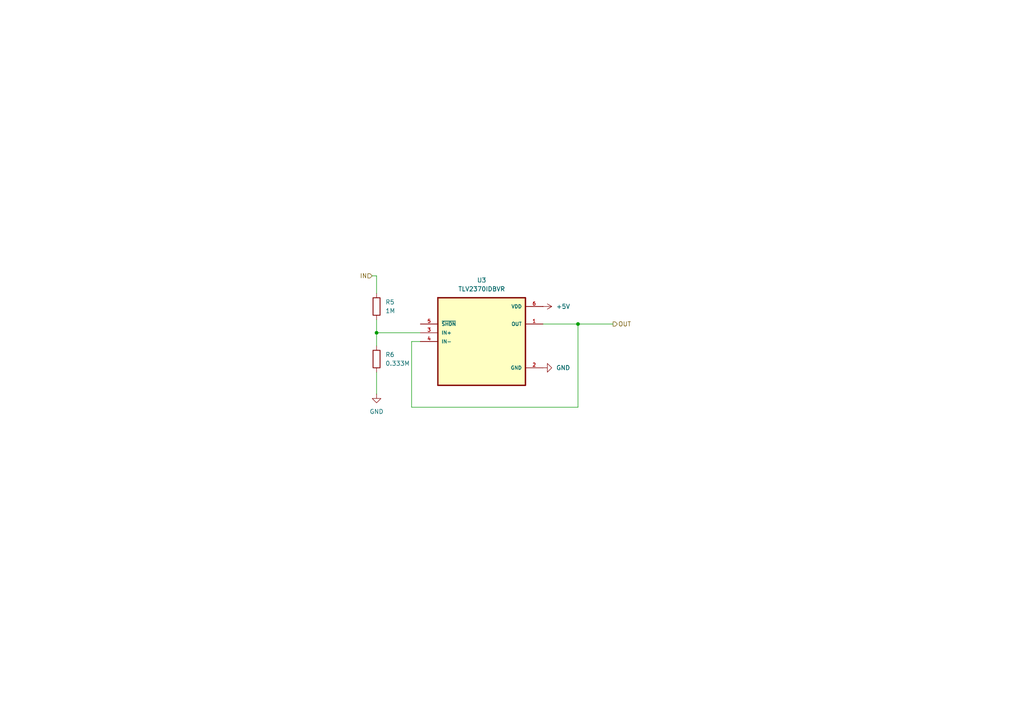
<source format=kicad_sch>
(kicad_sch (version 20231120) (generator "eeschema") (generator_version "8.0")
  (paper "A4")
  (lib_symbols
    (symbol "Device:R" (pin_numbers hide) (pin_names (offset 0))
      (property "Reference" "R" (at 2.032 0 90))
      (property "Value" "R" (at 0 0 90))
      (symbol "R_0_1"
        (rectangle (start -1.016 -2.54) (end 1.016 2.54) (stroke (width 0.254)))
      )
      (symbol "R_1_1"
        (pin passive line (at 0 3.81 270) (length 1.27) (name "~") (number "1"))
        (pin passive line (at 0 -3.81 90) (length 1.27) (name "~") (number "2"))
      )
    )
    (symbol "TLV2370IDBVR:TLV2370IDBVR" (pin_names (offset 1.016))
      (property "Reference" "U" (at -12.7 13.7 0))
      (property "Value" "TLV2370IDBVR" (at -12.7 -16.7 0))
      (symbol "TLV2370IDBVR_0_0"
        (rectangle (start -12.7 -12.7) (end 12.7 12.7) (stroke (width 0.41)) (fill (type background)))
        (pin output line (at 17.78 5.08 180) (length 5.08) (name "OUT") (number "1"))
        (pin power_in line (at 17.78 -7.62 180) (length 5.08) (name "GND") (number "2"))
        (pin input line (at -17.78 2.54 0) (length 5.08) (name "IN+") (number "3"))
        (pin input line (at -17.78 0 0) (length 5.08) (name "IN-") (number "4"))
        (pin input line (at -17.78 5.08 0) (length 5.08) (name "~{SHDN}") (number "5"))
        (pin power_in line (at 17.78 10.16 180) (length 5.08) (name "VDD") (number "6"))
      )
    )
    (symbol "power:+5V" (power) (pin_numbers hide) (pin_names (offset 0) hide)
      (property "Value" "+5V" (at 0 3.556 0))
      (symbol "+5V_0_1"
        (polyline (pts (xy -0.762 1.27) (xy 0 2.54)))
        (polyline (pts (xy 0 0) (xy 0 2.54)))
        (polyline (pts (xy 0 2.54) (xy 0.762 1.27)))
      )
      (symbol "+5V_1_1"
        (pin power_in line (at 0 0 90) (length 0) (name "~") (number "1"))
      )
    )
    (symbol "power:GND" (power) (pin_numbers hide) (pin_names (offset 0) hide)
      (property "Value" "GND" (at 0 -3.81 0))
      (symbol "GND_0_1"
        (polyline (pts (xy 0 0) (xy 0 -1.27) (xy 1.27 -1.27) (xy 0 -2.54) (xy -1.27 -1.27) (xy 0 -1.27)))
      )
      (symbol "GND_1_1"
        (pin power_in line (at 0 0 270) (length 0) (name "~") (number "1"))
      )
    )
  )
  (junction (at 109.22 96.52))
  (junction (at 167.64 93.98))
  (wire (pts (xy 119.38 99.06) (xy 121.92 99.06)))
  (wire (pts (xy 167.64 93.98) (xy 167.64 118.11)))
  (wire (pts (xy 121.92 96.52) (xy 109.22 96.52)))
  (wire (pts (xy 167.64 93.98) (xy 177.8 93.98)))
  (wire (pts (xy 157.48 93.98) (xy 167.64 93.98)))
  (wire (pts (xy 107.95 80.01) (xy 109.22 80.01)))
  (wire (pts (xy 119.38 118.11) (xy 119.38 99.06)))
  (wire (pts (xy 109.22 107.95) (xy 109.22 114.3)))
  (wire (pts (xy 109.22 80.01) (xy 109.22 85.09)))
  (wire (pts (xy 109.22 96.52) (xy 109.22 100.33)))
  (wire (pts (xy 119.38 118.11) (xy 167.64 118.11)))
  (wire (pts (xy 109.22 92.71) (xy 109.22 96.52)))
  (hierarchical_label "IN" (shape input) (at 107.95 80.01 180))
  (hierarchical_label "OUT" (shape output) (at 177.8 93.98 0))
  (symbol (lib_id "power:GND") (at 157.48 106.68 90) (unit 1)
    (property "Reference" "#PWR010" (effects (hide yes)))
    (property "Value" "GND" (at 161.29 106.6799 90) (effects (justify right)))
    (property "Description" "Power symbol creates a global label with name \"GND\" , ground" (effects (hide yes)))
  )
  (symbol (lib_id "power:GND") (at 109.22 114.3 0) (unit 1)
    (property "Reference" "#PWR011" (effects (hide yes)))
    (property "Value" "GND" (at 109.22 119.38 0))
    (property "Description" "Power symbol creates a global label with name \"GND\" , ground" (effects (hide yes)))
  )
  (symbol (lib_id "Device:R") (at 109.22 88.9 0) (unit 1)
    (property "Reference" "R5" (at 111.76 87.6299 0) (effects (justify left)))
    (property "Value" "1M" (at 111.76 90.1699 0) (effects (justify left)))
    (property "Footprint" "Resistor_SMD:R_0805_2012Metric_Pad1.20x1.40mm_HandSolder" (effects (hide yes)))
    (property "Description" "Resistor" (effects (hide yes)))
  )
  (symbol (lib_id "TLV2370IDBVR:TLV2370IDBVR") (at 139.7 99.06 0) (unit 1)
    (property "Reference" "U3" (at 139.7 81.28 0))
    (property "Value" "TLV2370IDBVR" (at 139.7 83.82 0))
    (property "Footprint" "TLV2370IDBVR:SOT95P280X145-6N" (effects (hide yes)))
  )
  (symbol (lib_id "Device:R") (at 109.22 104.14 0) (unit 1)
    (property "Reference" "R6" (at 111.76 102.8699 0) (effects (justify left)))
    (property "Value" "0.333M" (at 111.76 105.4099 0) (effects (justify left)))
    (property "Footprint" "Resistor_SMD:R_0805_2012Metric_Pad1.20x1.40mm_HandSolder" (effects (hide yes)))
    (property "Description" "Resistor" (effects (hide yes)))
  )
  (symbol (lib_id "power:+5V") (at 157.48 88.9 270) (unit 1)
    (property "Reference" "#PWR012" (effects (hide yes)))
    (property "Value" "+5V" (at 161.29 88.8999 90) (effects (justify left)))
    (property "Description" "Power symbol creates a global label with name \"+5V\"" (effects (hide yes)))
  )
)
</source>
